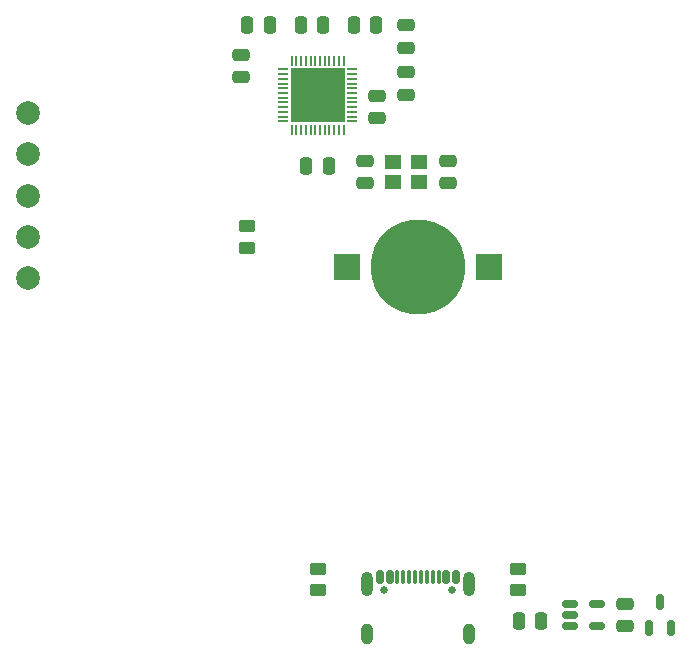
<source format=gbr>
%TF.GenerationSoftware,KiCad,Pcbnew,8.0.5-8.0.5-0~ubuntu24.04.1*%
%TF.CreationDate,2024-10-01T20:34:03+05:00*%
%TF.ProjectId,solartap_mcu_clear_60x60_g400,736f6c61-7274-4617-905f-6d63755f636c,rev?*%
%TF.SameCoordinates,Original*%
%TF.FileFunction,Soldermask,Top*%
%TF.FilePolarity,Negative*%
%FSLAX46Y46*%
G04 Gerber Fmt 4.6, Leading zero omitted, Abs format (unit mm)*
G04 Created by KiCad (PCBNEW 8.0.5-8.0.5-0~ubuntu24.04.1) date 2024-10-01 20:34:03*
%MOMM*%
%LPD*%
G01*
G04 APERTURE LIST*
G04 Aperture macros list*
%AMRoundRect*
0 Rectangle with rounded corners*
0 $1 Rounding radius*
0 $2 $3 $4 $5 $6 $7 $8 $9 X,Y pos of 4 corners*
0 Add a 4 corners polygon primitive as box body*
4,1,4,$2,$3,$4,$5,$6,$7,$8,$9,$2,$3,0*
0 Add four circle primitives for the rounded corners*
1,1,$1+$1,$2,$3*
1,1,$1+$1,$4,$5*
1,1,$1+$1,$6,$7*
1,1,$1+$1,$8,$9*
0 Add four rect primitives between the rounded corners*
20,1,$1+$1,$2,$3,$4,$5,0*
20,1,$1+$1,$4,$5,$6,$7,0*
20,1,$1+$1,$6,$7,$8,$9,0*
20,1,$1+$1,$8,$9,$2,$3,0*%
G04 Aperture macros list end*
%ADD10C,0.650000*%
%ADD11RoundRect,0.150000X-0.150000X-0.425000X0.150000X-0.425000X0.150000X0.425000X-0.150000X0.425000X0*%
%ADD12RoundRect,0.075000X-0.075000X-0.500000X0.075000X-0.500000X0.075000X0.500000X-0.075000X0.500000X0*%
%ADD13O,1.000000X2.100000*%
%ADD14O,1.000000X1.800000*%
%ADD15C,2.000000*%
%ADD16RoundRect,0.250000X0.475000X-0.250000X0.475000X0.250000X-0.475000X0.250000X-0.475000X-0.250000X0*%
%ADD17RoundRect,0.250000X-0.250000X-0.475000X0.250000X-0.475000X0.250000X0.475000X-0.250000X0.475000X0*%
%ADD18R,2.200000X2.200000*%
%ADD19C,8.000000*%
%ADD20RoundRect,0.250000X-0.450000X0.262500X-0.450000X-0.262500X0.450000X-0.262500X0.450000X0.262500X0*%
%ADD21RoundRect,0.250000X0.250000X0.475000X-0.250000X0.475000X-0.250000X-0.475000X0.250000X-0.475000X0*%
%ADD22RoundRect,0.250000X-0.475000X0.250000X-0.475000X-0.250000X0.475000X-0.250000X0.475000X0.250000X0*%
%ADD23RoundRect,0.050000X-0.050000X0.350000X-0.050000X-0.350000X0.050000X-0.350000X0.050000X0.350000X0*%
%ADD24RoundRect,0.050000X-0.350000X0.050000X-0.350000X-0.050000X0.350000X-0.050000X0.350000X0.050000X0*%
%ADD25R,4.600000X4.600000*%
%ADD26R,1.400000X1.200000*%
%ADD27RoundRect,0.250000X0.450000X-0.262500X0.450000X0.262500X-0.450000X0.262500X-0.450000X-0.262500X0*%
%ADD28RoundRect,0.150000X-0.512500X-0.150000X0.512500X-0.150000X0.512500X0.150000X-0.512500X0.150000X0*%
%ADD29RoundRect,0.150000X0.150000X-0.512500X0.150000X0.512500X-0.150000X0.512500X-0.150000X-0.512500X0*%
G04 APERTURE END LIST*
D10*
%TO.C,J1*%
X92110000Y-104895000D03*
X97890000Y-104895000D03*
D11*
X91800000Y-103820000D03*
X92600000Y-103820000D03*
D12*
X93750000Y-103820000D03*
X94750000Y-103820000D03*
X95250000Y-103820000D03*
X96250000Y-103820000D03*
D11*
X97400000Y-103820000D03*
X98200000Y-103820000D03*
X98200000Y-103820000D03*
X97400000Y-103820000D03*
D12*
X96750000Y-103820000D03*
X95750000Y-103820000D03*
X94250000Y-103820000D03*
X93250000Y-103820000D03*
D11*
X92600000Y-103820000D03*
X91800000Y-103820000D03*
D13*
X90680000Y-104395000D03*
D14*
X90680000Y-108575000D03*
D13*
X99320000Y-104395000D03*
D14*
X99320000Y-108575000D03*
%TD*%
D15*
%TO.C,TP1*%
X62000000Y-78500000D03*
%TD*%
D16*
%TO.C,C5*%
X80000000Y-61450000D03*
X80000000Y-59550000D03*
%TD*%
%TO.C,C4*%
X94000000Y-58950000D03*
X94000000Y-57050000D03*
%TD*%
%TO.C,C3*%
X91500000Y-64950000D03*
X91500000Y-63050000D03*
%TD*%
D15*
%TO.C,TP2*%
X62000000Y-75000000D03*
%TD*%
D17*
%TO.C,C12*%
X103550000Y-107500000D03*
X105450000Y-107500000D03*
%TD*%
D15*
%TO.C,TP3*%
X62000000Y-71500000D03*
%TD*%
D18*
%TO.C,BT1*%
X89000000Y-77500000D03*
X101000000Y-77500000D03*
D19*
X95000000Y-77500000D03*
%TD*%
D20*
%TO.C,R1*%
X80500000Y-74087500D03*
X80500000Y-75912500D03*
%TD*%
D21*
%TO.C,C10*%
X82450000Y-57030000D03*
X80550000Y-57030000D03*
%TD*%
D17*
%TO.C,C8*%
X89550000Y-57000000D03*
X91450000Y-57000000D03*
%TD*%
D22*
%TO.C,C11*%
X112500000Y-106050000D03*
X112500000Y-107950000D03*
%TD*%
D23*
%TO.C,U1*%
X88700000Y-60050000D03*
X88300000Y-60050000D03*
X87900000Y-60050000D03*
X87500000Y-60050000D03*
X87100000Y-60050000D03*
X86700000Y-60050000D03*
X86300000Y-60050000D03*
X85900000Y-60050000D03*
X85500000Y-60050000D03*
X85100000Y-60050000D03*
X84700000Y-60050000D03*
X84300000Y-60050000D03*
D24*
X83550000Y-60800000D03*
X83550000Y-61200000D03*
X83550000Y-61600000D03*
X83550000Y-62000000D03*
X83550000Y-62400000D03*
X83550000Y-62800000D03*
X83550000Y-63200000D03*
X83550000Y-63600000D03*
X83550000Y-64000000D03*
X83550000Y-64400000D03*
X83550000Y-64800000D03*
X83550000Y-65200000D03*
D23*
X84300000Y-65950000D03*
X84700000Y-65950000D03*
X85100000Y-65950000D03*
X85500000Y-65950000D03*
X85900000Y-65950000D03*
X86300000Y-65950000D03*
X86700000Y-65950000D03*
X87100000Y-65950000D03*
X87500000Y-65950000D03*
X87900000Y-65950000D03*
X88300000Y-65950000D03*
X88700000Y-65950000D03*
D24*
X89450000Y-65200000D03*
X89450000Y-64800000D03*
X89450000Y-64400000D03*
X89450000Y-64000000D03*
X89450000Y-63600000D03*
X89450000Y-63200000D03*
X89450000Y-62800000D03*
X89450000Y-62400000D03*
X89450000Y-62000000D03*
X89450000Y-61600000D03*
X89450000Y-61200000D03*
X89450000Y-60800000D03*
D25*
X86500000Y-63000000D03*
%TD*%
D15*
%TO.C,TP4*%
X62000000Y-64500000D03*
%TD*%
D22*
%TO.C,C6*%
X94000000Y-61050000D03*
X94000000Y-62950000D03*
%TD*%
%TO.C,C2*%
X97500000Y-68550000D03*
X97500000Y-70450000D03*
%TD*%
D21*
%TO.C,C7*%
X87450000Y-69000000D03*
X85550000Y-69000000D03*
%TD*%
D15*
%TO.C,TP5*%
X62000000Y-68000000D03*
%TD*%
D26*
%TO.C,Y1*%
X92900000Y-70350000D03*
X95100000Y-70350000D03*
X95100000Y-68650000D03*
X92900000Y-68650000D03*
%TD*%
D27*
%TO.C,R2*%
X86500000Y-104912500D03*
X86500000Y-103087500D03*
%TD*%
D21*
%TO.C,C9*%
X86950000Y-57000000D03*
X85050000Y-57000000D03*
%TD*%
D28*
%TO.C,U2*%
X107862500Y-106050000D03*
X107862500Y-107000000D03*
X107862500Y-107950000D03*
X110137500Y-107950000D03*
X110137500Y-106050000D03*
%TD*%
D29*
%TO.C,D2*%
X114550000Y-108137500D03*
X116450000Y-108137500D03*
X115500000Y-105862500D03*
%TD*%
D20*
%TO.C,R3*%
X103500000Y-103087500D03*
X103500000Y-104912500D03*
%TD*%
D16*
%TO.C,C1*%
X90500000Y-70450000D03*
X90500000Y-68550000D03*
%TD*%
M02*

</source>
